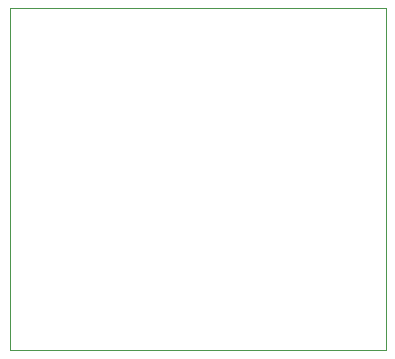
<source format=gbr>
G04 #@! TF.GenerationSoftware,KiCad,Pcbnew,5.1.5-52549c5~84~ubuntu18.04.1*
G04 #@! TF.CreationDate,2019-12-06T09:58:59+01:00*
G04 #@! TF.ProjectId,ch340-breakout,63683334-302d-4627-9265-616b6f75742e,rev?*
G04 #@! TF.SameCoordinates,Original*
G04 #@! TF.FileFunction,Profile,NP*
%FSLAX46Y46*%
G04 Gerber Fmt 4.6, Leading zero omitted, Abs format (unit mm)*
G04 Created by KiCad (PCBNEW 5.1.5-52549c5~84~ubuntu18.04.1) date 2019-12-06 09:58:59*
%MOMM*%
%LPD*%
G04 APERTURE LIST*
%ADD10C,0.050000*%
G04 APERTURE END LIST*
D10*
X140668000Y-87366600D02*
X140668000Y-58420000D01*
X172500000Y-87366600D02*
X140668000Y-87366600D01*
X172500000Y-58420000D02*
X172500000Y-87366600D01*
X140668000Y-58420000D02*
X172500000Y-58420000D01*
M02*

</source>
